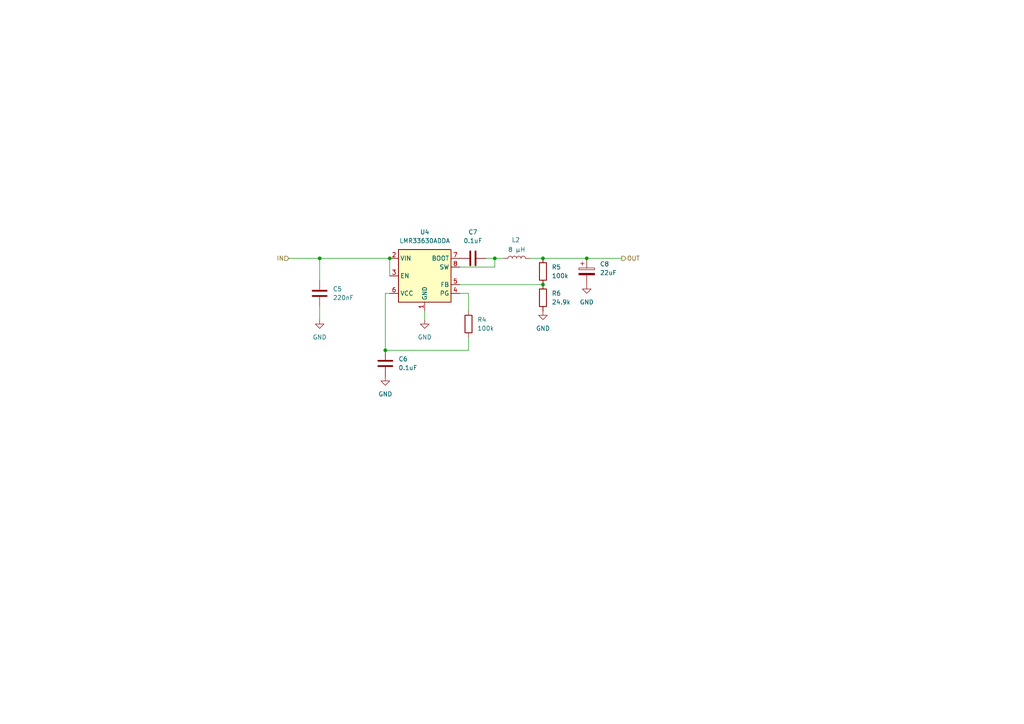
<source format=kicad_sch>
(kicad_sch (version 20231120) (generator "eeschema") (generator_version "8.0")
  (paper "A4")
  (lib_symbols
    (symbol "Device:C" (pin_numbers hide) (pin_names (offset 0.254))
      (property "Reference" "C" (at 0.635 2.54 0))
      (property "Value" "C" (at 0.635 -2.54 0))
      (symbol "C_0_1"
        (polyline (pts (xy -2.032 -0.762) (xy 2.032 -0.762)) (stroke (width 0.508)))
        (polyline (pts (xy -2.032 0.762) (xy 2.032 0.762)) (stroke (width 0.508)))
      )
      (symbol "C_1_1"
        (pin passive line (at 0 3.81 270) (length 2.794) (name "~") (number "1"))
        (pin passive line (at 0 -3.81 90) (length 2.794) (name "~") (number "2"))
      )
    )
    (symbol "Device:C_Polarized" (pin_numbers hide) (pin_names (offset 0.254))
      (property "Reference" "C" (at 0.635 2.54 0))
      (property "Value" "C_Polarized" (at 0.635 -2.54 0))
      (symbol "C_Polarized_0_1"
        (rectangle (start -2.286 0.508) (end 2.286 1.016))
        (polyline (pts (xy -1.778 2.286) (xy -0.762 2.286)))
        (polyline (pts (xy -1.27 2.794) (xy -1.27 1.778)))
        (rectangle (start 2.286 -0.508) (end -2.286 -1.016) (fill (type outline)))
      )
      (symbol "C_Polarized_1_1"
        (pin passive line (at 0 3.81 270) (length 2.794) (name "~") (number "1"))
        (pin passive line (at 0 -3.81 90) (length 2.794) (name "~") (number "2"))
      )
    )
    (symbol "Device:L" (pin_numbers hide) (pin_names (offset 1.016) hide)
      (property "Reference" "L" (at -1.27 0 90))
      (property "Value" "L" (at 1.905 0 90))
      (symbol "L_0_1"
        (arc (start 0 -2.54) (mid 0.6323 -1.905) (end 0 -1.27))
        (arc (start 0 -1.27) (mid 0.6323 -0.635) (end 0 0))
        (arc (start 0 0) (mid 0.6323 0.635) (end 0 1.27))
        (arc (start 0 1.27) (mid 0.6323 1.905) (end 0 2.54))
      )
      (symbol "L_1_1"
        (pin passive line (at 0 3.81 270) (length 1.27) (name "1") (number "1"))
        (pin passive line (at 0 -3.81 90) (length 1.27) (name "2") (number "2"))
      )
    )
    (symbol "Device:R" (pin_numbers hide) (pin_names (offset 0))
      (property "Reference" "R" (at 2.032 0 90))
      (property "Value" "R" (at 0 0 90))
      (symbol "R_0_1"
        (rectangle (start -1.016 -2.54) (end 1.016 2.54) (stroke (width 0.254)))
      )
      (symbol "R_1_1"
        (pin passive line (at 0 3.81 270) (length 1.27) (name "~") (number "1"))
        (pin passive line (at 0 -3.81 90) (length 1.27) (name "~") (number "2"))
      )
    )
    (symbol "Regulator_Switching:LMR33630ADDA"
      (property "Reference" "U" (at 0 11.43 0))
      (property "Value" "LMR33630ADDA" (at 0 8.89 0))
      (symbol "LMR33630ADDA_0_1"
        (rectangle (start -7.62 7.62) (end 7.62 -7.62) (stroke (width 0.254)) (fill (type background)))
      )
      (symbol "LMR33630ADDA_1_1"
        (pin power_in line (at 0 -10.16 90) (length 2.54) (name "GND") (number "1"))
        (pin power_in line (at -10.16 5.08 0) (length 2.54) (name "VIN") (number "2"))
        (pin input line (at -10.16 0 0) (length 2.54) (name "EN") (number "3"))
        (pin open_collector line (at 10.16 -5.08 180) (length 2.54) (name "PG") (number "4"))
        (pin input line (at 10.16 -2.54 180) (length 2.54) (name "FB") (number "5"))
        (pin power_out line (at -10.16 -5.08 0) (length 2.54) (name "VCC") (number "6"))
        (pin input line (at 10.16 5.08 180) (length 2.54) (name "BOOT") (number "7"))
        (pin output line (at 10.16 2.54 180) (length 2.54) (name "SW") (number "8"))
        (pin passive line (at 0 -10.16 90) (length 2.54) hide (name "GND") (number "9"))
      )
    )
    (symbol "power:GND" (power) (pin_numbers hide) (pin_names (offset 0) hide)
      (property "Value" "GND" (at 0 -3.81 0))
      (symbol "GND_0_1"
        (polyline (pts (xy 0 0) (xy 0 -1.27) (xy 1.27 -1.27) (xy 0 -2.54) (xy -1.27 -1.27) (xy 0 -1.27)))
      )
      (symbol "GND_1_1"
        (pin power_in line (at 0 0 270) (length 0) (name "~") (number "1"))
      )
    )
  )
  (junction (at 113.03 74.93))
  (junction (at 157.48 82.55))
  (junction (at 143.51 74.93))
  (junction (at 92.71 74.93))
  (junction (at 170.18 74.93))
  (junction (at 157.48 74.93))
  (junction (at 111.76 101.6))
  (wire (pts (xy 111.76 101.6) (xy 111.76 85.09)))
  (wire (pts (xy 135.89 97.79) (xy 135.89 101.6)))
  (wire (pts (xy 111.76 85.09) (xy 113.03 85.09)))
  (wire (pts (xy 135.89 90.17) (xy 135.89 85.09)))
  (wire (pts (xy 111.76 101.6) (xy 135.89 101.6)))
  (wire (pts (xy 143.51 74.93) (xy 143.51 77.47)))
  (wire (pts (xy 170.18 74.93) (xy 180.34 74.93)))
  (wire (pts (xy 140.97 74.93) (xy 143.51 74.93)))
  (wire (pts (xy 92.71 81.28) (xy 92.71 74.93)))
  (wire (pts (xy 123.19 92.71) (xy 123.19 90.17)))
  (wire (pts (xy 143.51 77.47) (xy 133.35 77.47)))
  (wire (pts (xy 133.35 82.55) (xy 157.48 82.55)))
  (wire (pts (xy 83.82 74.93) (xy 92.71 74.93)))
  (wire (pts (xy 113.03 74.93) (xy 113.03 80.01)))
  (wire (pts (xy 146.05 74.93) (xy 143.51 74.93)))
  (wire (pts (xy 92.71 92.71) (xy 92.71 88.9)))
  (wire (pts (xy 92.71 74.93) (xy 113.03 74.93)))
  (wire (pts (xy 157.48 74.93) (xy 153.67 74.93)))
  (wire (pts (xy 135.89 85.09) (xy 133.35 85.09)))
  (wire (pts (xy 170.18 74.93) (xy 157.48 74.93)))
  (hierarchical_label "IN" (shape input) (at 83.82 74.93 180))
  (hierarchical_label "OUT" (shape output) (at 180.34 74.93 0))
  (symbol (lib_id "Device:L") (at 149.86 74.93 90) (unit 1)
    (property "Reference" "L2" (at 149.606 69.596 90))
    (property "Value" "8 µH" (at 149.86 72.39 90))
    (property "Description" "Inductor" (effects (hide yes)))
    (property "Value_1" " 14 mΩ" (effects (hide yes)))
  )
  (symbol (lib_id "Device:C_Polarized") (at 170.18 78.74 0) (unit 1)
    (property "Reference" "C8" (at 173.99 76.5809 0) (effects (justify left)))
    (property "Value" "22uF" (at 173.99 79.1209 0) (effects (justify left)))
    (property "Description" "Polarized capacitor" (effects (hide yes)))
  )
  (symbol (lib_id "Device:C") (at 111.76 105.41 180) (unit 1)
    (property "Reference" "C6" (at 115.57 104.1399 0) (effects (justify right)))
    (property "Value" "0.1uF" (at 115.57 106.6799 0) (effects (justify right)))
    (property "Description" "Unpolarized capacitor" (effects (hide yes)))
  )
  (symbol (lib_id "Device:R") (at 135.89 93.98 180) (unit 1)
    (property "Reference" "R4" (at 138.43 92.7099 0) (effects (justify right)))
    (property "Value" "100k" (at 138.43 95.2499 0) (effects (justify right)))
    (property "Description" "Resistor" (effects (hide yes)))
  )
  (symbol (lib_id "power:GND") (at 157.48 90.17 0) (unit 1)
    (property "Reference" "#PWR09" (effects (hide yes)))
    (property "Value" "GND" (at 157.48 95.25 0))
    (property "Description" "Power symbol creates a global label with name \"GND\" , ground" (effects (hide yes)))
  )
  (symbol (lib_id "power:GND") (at 111.76 109.22 0) (unit 1)
    (property "Reference" "#PWR07" (effects (hide yes)))
    (property "Value" "GND" (at 111.76 114.3 0))
    (property "Description" "Power symbol creates a global label with name \"GND\" , ground" (effects (hide yes)))
  )
  (symbol (lib_id "Device:R") (at 157.48 78.74 0) (unit 1)
    (property "Reference" "R5" (at 160.02 77.4699 0) (effects (justify left)))
    (property "Value" "100k" (at 160.02 80.0099 0) (effects (justify left)))
    (property "Description" "Resistor" (effects (hide yes)))
  )
  (symbol (lib_id "Regulator_Switching:LMR33630ADDA") (at 123.19 80.01 0) (unit 1)
    (property "Reference" "U4" (at 123.19 67.31 0))
    (property "Value" "LMR33630ADDA" (at 123.19 69.85 0))
    (property "Footprint" "Package_SO:Texas_HSOP-8-1EP_3.9x4.9mm_P1.27mm_ThermalVias" (effects (hide yes)))
    (property "Datasheet" "http://www.ti.com/lit/ds/symlink/lmr33630.pdf" (effects (hide yes)))
    (property "Description" "Simple Switcher Synchronous Buck Regulator, Vin=3.8-36V, Iout=3A, F=400kHz, Adjustable output voltage, HSOP-8" (effects (hide yes)))
  )
  (symbol (lib_id "power:GND") (at 123.19 92.71 0) (unit 1)
    (property "Reference" "#PWR08" (effects (hide yes)))
    (property "Value" "GND" (at 123.19 97.79 0))
    (property "Description" "Power symbol creates a global label with name \"GND\" , ground" (effects (hide yes)))
  )
  (symbol (lib_id "Device:C") (at 137.16 74.93 90) (unit 1)
    (property "Reference" "C7" (at 137.16 67.31 90))
    (property "Value" "0.1uF" (at 137.16 69.85 90))
    (property "Description" "Unpolarized capacitor" (effects (hide yes)))
  )
  (symbol (lib_id "Device:R") (at 157.48 86.36 0) (unit 1)
    (property "Reference" "R6" (at 160.02 85.0899 0) (effects (justify left)))
    (property "Value" "24.9k" (at 160.02 87.6299 0) (effects (justify left)))
    (property "Description" "Resistor" (effects (hide yes)))
  )
  (symbol (lib_id "power:GND") (at 92.71 92.71 0) (unit 1)
    (property "Reference" "#PWR06" (effects (hide yes)))
    (property "Value" "GND" (at 92.71 97.79 0))
    (property "Description" "Power symbol creates a global label with name \"GND\" , ground" (effects (hide yes)))
  )
  (symbol (lib_id "power:GND") (at 170.18 82.55 0) (unit 1)
    (property "Reference" "#PWR010" (effects (hide yes)))
    (property "Value" "GND" (at 170.18 87.63 0))
    (property "Description" "Power symbol creates a global label with name \"GND\" , ground" (effects (hide yes)))
  )
  (symbol (lib_id "Device:C") (at 92.71 85.09 0) (unit 1)
    (property "Reference" "C5" (at 96.52 83.8199 0) (effects (justify left)))
    (property "Value" "220nF" (at 96.52 86.3599 0) (effects (justify left)))
    (property "Description" "Unpolarized capacitor" (effects (hide yes)))
  )
)
</source>
